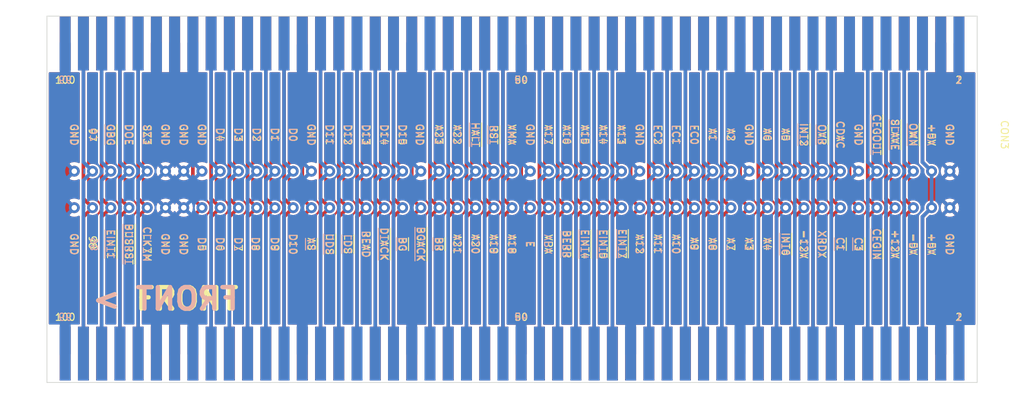
<source format=kicad_pcb>
(kicad_pcb (version 20211014) (generator pcbnew)
  (layers (0 "F.Cu" signal) (31 "B.Cu" signal) (34 "B.Paste" user) (35 "F.Paste" user) (36 "B.SilkS" user "B.Silkscreen") (37 "F.SilkS" user "F.Silkscreen") (38 "B.Mask" user) (39 "F.Mask" user) (44 "Edge.Cuts" user))
  (net 0 "")
  (net 1 "/GND")
  (net 2 "/+5")
  (net 3 "/~{OWN}")
  (net 4 "/-5")
  (net 5 "/~{SLAVE}")
  (net 6 "/+12")
  (net 7 "/~{CFGOUT}")
  (net 8 "/~{CFGIN}")
  (net 9 "/~{C3}")
  (net 10 "/CDAC")
  (net 11 "/~{C1}")
  (net 12 "/~{OVR}")
  (net 13 "/XRDY")
  (net 14 "/~{INT2}")
  (net 15 "/-12")
  (net 16 "/A5")
  (net 17 "/~{INT6}")
  (net 18 "/A6")
  (net 19 "/A4")
  (net 20 "/A3")
  (net 21 "/A2")
  (net 22 "/A7")
  (net 23 "/A1")
  (net 24 "/A8")
  (net 25 "/FC0")
  (net 26 "/A9")
  (net 27 "/FC1")
  (net 28 "/A10")
  (net 29 "/FC2")
  (net 30 "/A11")
  (net 31 "/A12")
  (net 32 "/A13")
  (net 33 "/~{EINT7}")
  (net 34 "/A14")
  (net 35 "/~{EINT5}")
  (net 36 "/A15")
  (net 37 "/~{EINT4}")
  (net 38 "/A16")
  (net 39 "/~{BEER}")
  (net 40 "/A17")
  (net 41 "/VPA")
  (net 42 "/E")
  (net 43 "/VMA")
  (net 44 "/A18")
  (net 45 "/~{RST}")
  (net 46 "/A19")
  (net 47 "/~{HALT}")
  (net 48 "/A20")
  (net 49 "/A22")
  (net 50 "/A21")
  (net 51 "/A23")
  (net 52 "/~{BR}")
  (net 53 "/~{BGACK}")
  (net 54 "/D15")
  (net 55 "/~{BG}")
  (net 56 "/D14")
  (net 57 "/~{DTACK}")
  (net 58 "/D13")
  (net 59 "/READ")
  (net 60 "/D12")
  (net 61 "/~{LDS}")
  (net 62 "/D11")
  (net 63 "/~{UDS}")
  (net 64 "/~{AS}")
  (net 65 "/D0")
  (net 66 "/D10")
  (net 67 "/D1")
  (net 68 "/D9")
  (net 69 "/D2")
  (net 70 "/D8")
  (net 71 "/D3")
  (net 72 "/D7")
  (net 73 "/D4")
  (net 74 "/D6")
  (net 75 "/D5")
  (net 76 "/SENSEZ3")
  (net 77 "/7MHZ")
  (net 78 "/D0E")
  (net 79 "/~{BUSRST}")
  (net 80 "/~{GBG}")
  (net 81 "/~{EINT1}")
  (net 82 "/~{FCS}")
  (net 83 "/~{DS1}")
  (footprint "Zorro:Zorro2-Connector-Edgemount" (layer "F.Cu") (at 123.7 75.22)
    (fp_text reference "CON2" hide)
    (fp_text value "Zorro2")
  )
  (footprint "Zorro:Zorro2-CardEdge" (layer "F.Cu") (at 123.700007 118.399992)
    (fp_text reference "CON1" hide)
    (fp_text value "Zorro2")
  )
  (footprint "Zorro:Zorro2-Connector" (layer "F.Cu") (at 239.27 95.54 -90)
    (fp_text reference "CON3")
    (fp_text value "Zorro2")
  )
  (gr_line (start 121.16 71.41) (end 121.16 122.42) (layer "Edge.Cuts") (width 0.1))
  (gr_line (start 250.7 122.42) (end 250.7 71.41) (layer "Edge.Cuts") (width 0.1))
  (gr_line (start 250.7 71.41) (end 121.16 71.41) (layer "Edge.Cuts") (width 0.1))
  (gr_line (start 121.16 122.42) (end 250.7 122.42) (layer "Edge.Cuts") (width 0.1))
  (gr_text "D4" (at 145.29 87.92 -270) (layer "B.SilkS") (effects (font (size 1 1)) (justify mirror)))
  (gr_text "D11" (at 160.53 87.92 -270) (layer "B.SilkS") (effects (font (size 1 1)) (justify mirror)))
  (gr_text "-5V" (at 241.81 103.16 -270) (layer "B.SilkS") (effects (font (size 1 1)) (justify mirror)))
  (gr_text "~{BERR}" (at 193.55 103.16 -270) (layer "B.SilkS") (effects (font (size 1 1)) (justify mirror)))
  (gr_text "~{RST}" (at 183.39 87.92 -270) (layer "B.SilkS") (effects (font (size 1 1)) (justify mirror)))
  (gr_text "GND" (at 203.71 87.92 -270) (layer "B.SilkS") (effects (font (size 1 1)) (justify mirror)))
  (gr_text "A11" (at 206.25 103.16 -270) (layer "B.SilkS") (effects (font (size 1 1)) (justify mirror)))
  (gr_text "~{CFGOUT}\n" (at 236.73 87.92 -270) (layer "B.SilkS") (effects (font (size 1 1)) (justify mirror)))
  (gr_text "~{EINT4}" (at 196.09 103.16 -270) (layer "B.SilkS") (effects (font (size 1 1)) (justify mirror)))
  (gr_text "~{GBG}" (at 130.05 87.92 -270) (layer "B.SilkS") (effects (font (size 1 1)) (justify mirror)))
  (gr_text "-12V" (at 226.57 103.16 -270) (layer "B.SilkS") (effects (font (size 1 1)) (justify mirror)))
  (gr_text "~{BUSRST}" (at 132.59 103.16 -270) (layer "B.SilkS") (effects (font (size 1 1)) (justify mirror)))
  (gr_text "D7" (at 147.83 103.16 -270) (layer "B.SilkS") (effects (font (size 1 1)) (justify mirror)))
  (gr_text "A7" (at 216.41 103.16 -270) (layer "B.SilkS") (effects (font (size 1 1)) (justify mirror)))
  (gr_text "VMA" (at 185.93 87.92 -270) (layer "B.SilkS") (effects (font (size 1 1)) (justify mirror)))
  (gr_text "D12" (at 163.07 87.92 -270) (layer "B.SilkS") (effects (font (size 1 1)) (justify mirror)))
  (gr_text "~{DTACK}" (at 168.15 103.16 -270) (layer "B.SilkS") (effects (font (size 1 1)) (justify mirror)))
  (gr_text "GND" (at 140.21 87.92 -270) (layer "B.SilkS") (effects (font (size 1 1)) (justify mirror)))
  (gr_text "A6" (at 221.49 87.92 -270) (layer "B.SilkS") (effects (font (size 1 1)) (justify mirror)))
  (gr_text "98\n" (at 127.764007 103.159992 -270) (layer "B.SilkS") (effects (font (size 1 1)) (justify mirror)))
  (gr_text "A22" (at 178.31 87.92 -270) (layer "B.SilkS") (effects (font (size 1 1)) (justify mirror)))
  (gr_text "GND" (at 142.75 87.92 -270) (layer "B.SilkS") (effects (font (size 1 1)) (justify mirror)))
  (gr_text "GND" (at 234.19 87.92 -270) (layer "B.SilkS") (effects (font (size 1 1)) (justify mirror)))
  (gr_text "A12" (at 203.71 103.16 -270) (layer "B.SilkS") (effects (font (size 1 1)) (justify mirror)))
  (gr_text "A4" (at 221.49 103.16 -270) (layer "B.SilkS") (effects (font (size 1 1)) (justify mirror)))
  (gr_text "GND" (at 218.95 87.92 -270) (layer "B.SilkS") (effects (font (size 1 1)) (justify mirror)))
  (gr_text "GND" (at 124.97 87.92 -270) (layer "B.SilkS") (effects (font (size 1 1)) (justify mirror)))
  (gr_text "~{BGACK}" (at 173.23 103.16 -270) (layer "B.SilkS") (effects (font (size 1 1)) (justify mirror)))
  (gr_text "A3" (at 218.95 103.16 -270) (layer "B.SilkS") (effects (font (size 1 1)) (justify mirror)))
  (gr_text "D13\n" (at 165.61 87.92 -270) (layer "B.SilkS") (effects (font (size 1 1)) (justify mirror)))
  (gr_text "GND" (at 246.89 103.16 -270) (layer "B.SilkS") (effects (font (size 1 1)) (justify mirror)))
  (gr_text "CLK7M" (at 135.13 103.16 -270) (layer "B.SilkS") (effects (font (size 1 1)) (justify mirror)))
  (gr_text "FC2" (at 206.25 87.92 -270) (layer "B.SilkS") (effects (font (size 1 1)) (justify mirror)))
  (gr_text "VPA" (at 191.01 103.16 -270) (layer "B.SilkS") (effects (font (size 1 1)) (justify mirror)))
  (gr_text "~{BG}" (at 170.69 103.16 -270) (layer "B.SilkS") (effects (font (size 1 1)) (justify mirror)))
  (gr_text "~{BR}" (at 175.77 103.16 -270) (layer "B.SilkS") (effects (font (size 1 1)) (justify mirror)))
  (gr_text "D8" (at 150.223471 103.132408 -270) (layer "B.SilkS") (effects (font (size 1 1)) (justify mirror)))
  (gr_text "~{SLAVE}" (at 239.27 87.92 -270) (layer "B.SilkS") (effects (font (size 1 1)) (justify mirror)))
  (gr_text "~{EINT7}" (at 201.299878 103.099192 -270) (layer "B.SilkS") (effects (font (size 1 1)) (justify mirror)))
  (gr_text "GND" (at 137.67 87.92 -270) (layer "B.SilkS") (effects (font (size 1 1)) (justify mirror)))
  (gr_text "A10\n" (at 208.79 103.16 -270) (layer "B.SilkS") (effects (font (size 1 1)) (justify mirror)))
  (gr_text "D15" (at 170.69 87.92 -270) (layer "B.SilkS") (effects (font (size 1 1)) (justify mirror)))
  (gr_text "~{CFGIN}" (at 236.73 103.16 -270) (layer "B.SilkS") (effects (font (size 1 1)) (justify mirror)))
  (gr_text "D3" (at 147.83 87.92 -270) (layer "B.SilkS") (effects (font (size 1 1)) (justify mirror)))
  (gr_text "GND" (at 188.47 87.92 -270) (layer "B.SilkS") (effects (font (size 1 1)) (justify mirror)))
  (gr_text "~{OVR}" (at 229.11 87.92 -270) (layer "B.SilkS") (effects (font (size 1 1)) (justify mirror)))
  (gr_text "A9" (at 211.319131 103.126419 -270) (layer "B.SilkS") (effects (font (size 1 1)) (justify mirror)))
  (gr_text "~{AS}\n" (at 157.99 103.16 -270) (layer "B.SilkS") (effects (font (size 1 1)) (justify mirror)))
  (gr_text "~{C3}" (at 234.19 103.16 -270) (layer "B.SilkS") (effects (font (size 1 1)) (justify mirror)))
  (gr_text "+5V" (at 244.35 87.92 -270) (layer "B.SilkS") (effects (font (size 1 1)) (justify mirror)))
  (gr_text "A15" (at 196.09 87.92 -270) (layer "B.SilkS") (effects (font (size 1 1)) (justify mirror)))
  (gr_text "A1" (at 213.87 87.92 -270) (layer "B.SilkS") (effects (font (size 1 1)) (justify mirror)))
  (gr_text "GND" (at 157.99 87.92 -270) (layer "B.SilkS") (effects (font (size 1 1)) (justify mirror)))
  (gr_text "~{EINT5}" (at 198.63 103.16 -270) (layer "B.SilkS") (effects (font (size 1 1)) (justify mirror)))
  (gr_text "~{EINT1}" (at 130.05 103.16 -270) (layer "B.SilkS") (effects (font (size 1 1)) (justify mirror)))
  (gr_text "~{HALT}" (at 180.85 87.92 -270) (layer "B.SilkS") (effects (font (size 1 1)) (justify mirror)))
  (gr_text "A13" (at 201.17 87.92 -270) (layer "B.SilkS") (effects (font (size 1 1)) (justify mirror)))
  (gr_text "A18" (at 185.93 103.16 -270) (layer "B.SilkS") (effects (font (size 1 1)) (justify mirror)))
  (gr_text "GND" (at 246.89 87.92 -270) (layer "B.SilkS") (effects (font (size 1 1)) (justify mirror)))
  (gr_text "FRONT >" (at 137.67 110.78) (layer "B.SilkS") (effects (font (size 3 3) (thickness 0.6)) (justify mirror)))
  (gr_text "97" (at 127.764007 87.919992 -270) (layer "B.SilkS") (effects (font (size 1 1)) (justify mirror)))
  (gr_text "A17" (at 191.01 87.92 -270) (layer "B.SilkS") (effects (font (size 1 1)) (justify mirror)))
  (gr_text "DOE" (at 132.59 87.92 -270) (layer "B.SilkS") (effects (font (size 1 1)) (justify mirror)))
  (gr_text "FC1" (at 208.79 87.92 -270) (layer "B.SilkS") (effects (font (size 1 1)) (justify mirror)))
  (gr_text "~{LDS}" (at 163.07 103.16 -270) (layer "B.SilkS") (effects (font (size 1 1)) (justify mirror)))
  (gr_text "A14" (at 198.63 87.92 -270) (layer "B.SilkS") (effects (font (size 1 1)) (justify mirror)))
  (gr_text "GND" (at 173.093504 87.912946 -270) (layer "B.SilkS") (effects (font (size 1 1)) (justify mirror)))
  (gr_text "A21" (at 178.31 103.16 -270) (layer "B.SilkS") (effects (font (size 1 1)) (justify mirror)))
  (gr_text "D14" (at 168.15 87.92 -270) (layer "B.SilkS") (effects (font (size 1 1)) (justify mirror)))
  (gr_text "D10" (at 155.45 103.16 -270) (layer "B.SilkS") (effects (font (size 1 1)) (justify mirror)))
  (gr_text "A16" (at 193.55 87.92 -270) (layer "B.SilkS") (effects (font (size 1 1)) (justify mirror)))
  (gr_text "+12V" (at 239.27 103.16 -270) (layer "B.SilkS") (effects (font (size 1 1)) (justify mirror)))
  (gr_text "~{UDS}" (at 160.53 103.16 -270) (layer "B.SilkS") (effects (font (size 1 1)) (justify mirror)))
  (gr_text "D5" (at 142.75 103.16 -270) (layer "B.SilkS") (effects (font (size 1 1)) (justify mirror)))
  (gr_text "A23" (at 175.77 87.92 -270) (layer "B.SilkS") (effects (font (size 1 1)) (justify mirror)))
  (gr_text "SZ3" (at 135.13 87.92 -270) (layer "B.SilkS") (effects (font (size 1 1)) (justify mirror)))
  (gr_text "+5V" (at 244.35 103.16 -270) (layer "B.SilkS") (effects (font (size 1 1)) (justify mirror)))
  (gr_text "GND" (at 140.21 103.16 -270) (layer "B.SilkS") (effects (font (size 1 1)) (justify mirror)))
  (gr_text "~{OWN}\n" (at 241.81 87.92 -270) (layer "B.SilkS") (effects (font (size 1 1)) (justify mirror)))
  (gr_text "A8" (at 213.87 103.16 -270) (layer "B.SilkS") (effects (font (size 1 1)) (justify mirror)))
  (gr_text "~{INT6}" (at 224.03 103.16 -270) (layer "B.SilkS") (effects (font (size 1 1)) (justify mirror)))
  (gr_text "D9" (at 152.91 103.16 -270) (layer "B.SilkS") (effects (font (size 1 1)) (justify mirror)))
  (gr_text "~{INT2}" (at 226.57 87.92 -270) (layer "B.SilkS") (effects (font (size 1 1)) (justify mirror)))
  (gr_text "D2" (at 150.37 87.92 -270) (layer "B.SilkS") (effects (font (size 1 1)) (justify mirror)))
  (gr_text "XRDY" (at 229.11 103.16 -270) (layer "B.SilkS") (effects (font (size 1 1)) (justify mirror)))
  (gr_text "A5\n" (at 224.03 87.92 -270) (layer "B.SilkS") (effects (font (size 1 1)) (justify mirror)))
  (gr_text "D0" (at 155.45 87.92 -270) (layer "B.SilkS") (effects (font (size 1 1)) (justify mirror)))
  (gr_text "READ" (at 165.61 103.16 -270) (layer "B.SilkS") (effects (font (size 1 1)) (justify mirror)))
  (gr_text "GND" (at 124.97 103.16 -270) (layer "B.SilkS") (effects (font (size 1 1)) (justify mirror)))
  (gr_text "D1" (at 152.91 87.92 -270) (layer "B.SilkS") (effects (font (size 1 1)) (justify mirror)))
  (gr_text "FC0" (at 211.33 87.92 -270) (layer "B.SilkS") (effects (font (size 1 1)) (justify mirror)))
  (gr_text "~{C1}" (at 231.65 103.16 -270) (layer "B.SilkS") (effects (font (size 1 1)) (justify mirror)))
  (gr_text "CDAC" (at 231.65 87.92 -270) (layer "B.SilkS") (effects (font (size 1 1)) (justify mirror)))
  (gr_text "GND" (at 137.67 103.16 -270) (layer "B.SilkS") (effects (font (size 1 1)) (justify mirror)))
  (gr_text "E" (at 188.47 103.16 -270) (layer "B.SilkS") (effects (font (size 1 1)) (justify mirror)))
  (gr_text "D6" (at 145.29 103.16 -270) (layer "B.SilkS") (effects (font (size 1 1)) (justify mirror)))
  (gr_text "A19" (at 183.39 103.16 -270) (layer "B.SilkS") (effects (font (size 1 1)) (justify mirror)))
  (gr_text "A20" (at 180.85 103.16 -270) (layer "B.SilkS") (effects (font (size 1 1)) (justify mirror)))
  (gr_text "A2" (at 216.41 87.92 -270) (layer "B.SilkS") (effects (font (size 1 1)) (justify mirror)))
  (gr_text "A9" (at 211.319131 103.126419 270) (layer "F.SilkS") (effects (font (size 1 1))))
  (gr_text "FC0" (at 211.33 87.92 270) (layer "F.SilkS") (effects (font (size 1 1))))
  (gr_text "~{BERR}" (at 193.55 103.16 270) (layer "F.SilkS") (effects (font (size 1 1))))
  (gr_text "D5" (at 142.75 103.16 270) (layer "F.SilkS") (effects (font (size 1 1))))
  (gr_text "D1" (at 152.91 87.92 270) (layer "F.SilkS") (effects (font (size 1 1))))
  (gr_text "A4" (at 221.49 103.16 270) (layer "F.SilkS") (effects (font (size 1 1))))
  (gr_text "~{EINT4}" (at 196.09 103.16 270) (layer "F.SilkS") (effects (font (size 1 1))))
  (gr_text "FC1" (at 208.79 87.92 270) (layer "F.SilkS") (effects (font (size 1 1))))
  (gr_text "D4" (at 145.29 87.92 270) (layer "F.SilkS") (effects (font (size 1 1))))
  (gr_text "A12" (at 203.71 103.16 270) (layer "F.SilkS") (effects (font (size 1 1))))
  (gr_text "~{C3}" (at 234.19 103.16 270) (layer "F.SilkS") (effects (font (size 1 1))))
  (gr_text "D3" (at 147.83 87.92 270) (layer "F.SilkS") (effects (font (size 1 1))))
  (gr_text "VPA" (at 191.01 103.16 270) (layer "F.SilkS") (effects (font (size 1 1))))
  (gr_text "~{CFGIN}" (at 236.73 103.16 270) (layer "F.SilkS") (effects (font (size 1 1))))
  (gr_text "~{EINT1}" (at 130.05 103.16 270) (layer "F.SilkS") (effects (font (size 1 1))))
  (gr_text "GND" (at 203.71 87.92 270) (layer "F.SilkS") (effects (font (size 1 1))))
  (gr_text "A21" (at 178.31 103.16 270) (layer "F.SilkS") (effects (font (size 1 1))))
  (gr_text "GND" (at 142.75 87.92 270) (layer "F.SilkS") (effects (font (size 1 1))))
  (gr_text "~{LDS}" (at 163.07 103.16 270) (layer "F.SilkS") (effects (font (size 1 1))))
  (gr_text "VMA" (at 185.93 87.92 270) (layer "F.SilkS") (effects (font (size 1 1))))
  (gr_text "A11" (at 206.25 103.16 270) (layer "F.SilkS") (effects (font (size 1 1))))
  (gr_text "~{BUSRST}" (at 132.59 103.16 270) (layer "F.SilkS") (effects (font (size 1 1))))
  (gr_text "A15" (at 196.09 87.92 270) (layer "F.SilkS") (effects (font (size 1 1))))
  (gr_text "~{INT6}" (at 224.03 103.16 270) (layer "F.SilkS") (effects (font (size 1 1))))
  (gr_text "D7" (at 147.83 103.16 270) (layer "F.SilkS") (effects (font (size 1 1))))
  (gr_text "~{HALT}" (at 180.85 87.92 270) (layer "F.SilkS") (effects (font (size 1 1))))
  (gr_text "GND" (at 234.19 87.92 270) (layer "F.SilkS") (effects (font (size 1 1))))
  (gr_text "D13\n" (at 165.61 87.92 270) (layer "F.SilkS") (effects (font (size 1 1))))
  (gr_text "A17" (at 191.01 87.92 270) (layer "F.SilkS") (effects (font (size 1 1))))
  (gr_text "A10\n" (at 208.79 103.16 270) (layer "F.SilkS") (effects (font (size 1 1))))
  (gr_text "D0" (at 155.45 87.92 270) (layer "F.SilkS") (effects (font (size 1 1))))
  (gr_text "A16" (at 193.55 87.92 270) (layer "F.SilkS") (effects (font (size 1 1))))
  (gr_text "A14" (at 198.63 87.92 270) (layer "F.SilkS") (effects (font (size 1 1))))
  (gr_text "< FRONT" (at 137.67 110.78) (layer "F.SilkS") (effects (font (size 3 3) (thickness 0.6))))
  (gr_text "A3" (at 218.95 103.16 270) (layer "F.SilkS") (effects (font (size 1 1))))
  (gr_text "D6" (at 145.29 103.16 270) (layer "F.SilkS") (effects (font (size 1 1))))
  (gr_text "A2" (at 216.41 87.92 270) (layer "F.SilkS") (effects (font (size 1 1))))
  (gr_text "97" (at 127.510007 87.919992 270) (layer "F.SilkS") (effects (font (size 1 1))))
  (gr_text "~{C1}" (at 231.65 103.16 270) (layer "F.SilkS") (effects (font (size 1 1))))
  (gr_text "A5\n" (at 224.03 87.92 270) (layer "F.SilkS") (effects (font (size 1 1))))
  (gr_text "~{EINT5}" (at 198.63 103.16 270) (layer "F.SilkS") (effects (font (size 1 1))))
  (gr_text "+5V" (at 244.35 103.16 270) (layer "F.SilkS") (effects (font (size 1 1))))
  (gr_text "GND" (at 140.21 103.16 270) (layer "F.SilkS") (effects (font (size 1 1))))
  (gr_text "GND" (at 137.67 87.92 270) (layer "F.SilkS") (effects (font (size 1 1))))
  (gr_text "A19" (at 183.39 103.16 270) (layer "F.SilkS") (effects (font (size 1 1))))
  (gr_text "READ" (at 165.61 103.16 270) (layer "F.SilkS") (effects (font (size 1 1))))
  (gr_text "GND" (at 188.47 87.92 270) (layer "F.SilkS") (effects (font (size 1 1))))
  (gr_text "A22" (at 178.31 87.92 270) (layer "F.SilkS") (effects (font (size 1 1))))
  (gr_text "~{BR}" (at 175.77 103.16 270) (layer "F.SilkS") (effects (font (size 1 1))))
  (gr_text "GND" (at 246.89 103.16 270) (layer "F.SilkS") (effects (font (size 1 1))))
  (gr_text "D9" (at 152.91 103.16 270) (layer "F.SilkS") (effects (font (size 1 1))))
  (gr_text "~{SLAVE}" (at 239.27 87.92 270) (layer "F.SilkS") (effects (font (size 1 1))))
  (gr_text "~{UDS}" (at 160.53 103.16 270) (layer "F.SilkS") (effects (font (size 1 1))))
  (gr_text "GND" (at 218.95 87.92 270) (layer "F.SilkS") (effects (font (size 1 1))))
  (gr_text "+5V" (at 244.35 87.92 270) (layer "F.SilkS") (effects (font (size 1 1))))
  (gr_text "98\n" (at 127.510007 102.905992 270) (layer "F.SilkS") (effects (font (size 1 1))))
  (gr_text "A1" (at 213.87 87.92 270) (layer "F.SilkS") (effects (font (size 1 1))))
  (gr_text "~{GBG}" (at 130.05 87.92 270) (layer "F.SilkS") (effects (font (size 1 1))))
  (gr_text "A6" (at 221.49 87.92 270) (layer "F.SilkS") (effects (font (size 1 1))))
  (gr_text "~{BGACK}" (at 173.23 103.16 270) (layer "F.SilkS") (effects (font (size 1 1))))
  (gr_text "A13" (at 201.17 87.92 270) (layer "F.SilkS") (effects (font (size 1 1))))
  (gr_text "A8" (at 213.87 103.16 270) (layer "F.SilkS") (effects (font (size 1 1))))
  (gr_text "~{EINT7}" (at 201.299878 103.099192 270) (layer "F.SilkS") (effects (font (size 1 1))))
  (gr_text "CLK7M" (at 135.13 103.16 270) (layer "F.SilkS") (effects (font (size 1 1))))
  (gr_text "D14" (at 168.15 87.92 270) (layer "F.SilkS") (effects (font (size 1 1))))
  (gr_text "D10" (at 155.45 103.16 270) (layer "F.SilkS") (effects (font (size 1 1))))
  (gr_text "-5V" (at 241.81 103.16 270) (layer "F.SilkS") (effects (font (size 1 1))))
  (gr_text "~{OWN}\n" (at 241.81 87.92 270) (layer "F.SilkS") (effects (font (size 1 1))))
  (gr_text "GND" (at 173.093504 87.912946 270) (layer "F.SilkS") (effects (font (size 1 1))))
  (gr_text "XRDY" (at 229.11 103.16 270) (layer "F.SilkS") (effects (font (size 1 1))))
  (gr_text "D8" (at 150.223471 103.132408 270) (layer "F.SilkS") (effects (font (size 1 1))))
  (gr_text "CDAC" (at 231.65 87.92 270) (layer "F.SilkS") (effects (font (size 1 1))))
  (gr_text "A20" (at 180.85 103.16 270) (layer "F.SilkS") (effects (font (size 1 1))))
  (gr_text "~{AS}\n" (at 157.99 103.16 270) (layer "F.SilkS") (effects (font (size 1 1))))
  (gr_text "GND" (at 140.21 87.92 270) (layer "F.SilkS") (effects (font (size 1 1))))
  (gr_text "E" (at 188.47 103.16 270) (layer "F.SilkS") (effects (font (size 1 1))))
  (gr_text "GND" (at 137.67 103.16 270) (layer "F.SilkS") (effects (font (size 1 1))))
  (gr_text "A7" (at 216.41 103.16 270) (layer "F.SilkS") (effects (font (size 1 1))))
  (gr_text "~{BG}" (at 170.69 103.16 270) (layer "F.SilkS") (effects (font (size 1 1))))
  (gr_text "FC2" (at 206.25 87.92 270) (layer "F.SilkS") (effects (font (size 1 1))))
  (gr_text "D15" (at 170.69 87.92 270) (layer "F.SilkS") (effects (font (size 1 1))))
  (gr_text "DOE" (at 132.59 87.92 270) (layer "F.SilkS") (effects (font (size 1 1))))
  (gr_text "-12V" (at 226.57 103.16 270) (layer "F.SilkS") (effects (font (size 1 1))))
  (gr_text "GND" (at 246.89 87.92 270) (layer "F.SilkS") (effects (font (size 1 1))))
  (gr_text "~{INT2}" (at 226.57 87.92 270) (layer "F.SilkS") (effects (font (size 1 1))))
  (gr_text "~{RST}" (at 183.39 87.92 270) (layer "F.SilkS") (effects (font (size 1 1))))
  (gr_text "D12" (at 163.07 87.92 270) (layer "F.SilkS") (effects (font (size 1 1))))
  (gr_text "~{DTACK}" (at 168.15 103.16 270) (layer "F.SilkS") (effects (font (size 1 1))))
  (gr_text "GND" (at 124.97 87.92 270) (layer "F.SilkS") (effects (font (size 1 1))))
  (gr_text "A23" (at 175.77 87.92 270) (layer "F.SilkS") (effects (font (size 1 1))))
  (gr_text "SZ3" (at 135.13 87.92 270) (layer "F.SilkS") (effects (font (size 1 1))))
  (gr_text "GND" (at 157.99 87.92 270) (layer "F.SilkS") (effects (font (size 1 1))))
  (gr_text "~{OVR}" (at 229.11 87.92 270) (layer "F.SilkS") (effects (font (size 1 1))))
  (gr_text "GND" (at 124.97 103.16 270) (layer "F.SilkS") (effects (font (size 1 1))))
  (gr_text "D2" (at 150.37 87.92 270) (layer "F.SilkS") (effects (font (size 1 1))))
  (gr_text "A18" (at 185.93 103.16 270) (layer "F.SilkS") (effects (font (size 1 1))))
  (gr_text "+12V" (at 239.27 103.16 270) (layer "F.SilkS") (effects (font (size 1 1))))
  (gr_text "D11" (at 160.53 87.92 270) (layer "F.SilkS") (effects (font (size 1 1))))
  (gr_text "~{CFGOUT}\n" (at 236.73 87.92 270) (layer "F.SilkS") (effects (font (size 1 1))))
  (segment (start 123.700007 75.219992) (end 123.700007 118.399992) (width 1.27) (layer "F.Cu") (net 1))
  (segment (start 248.16 112.47) (end 248.16 118.4) (width 1.524) (layer "F.Cu") (net 1))
  (segment (start 245.62 112.5) (end 245.65 112.47) (width 1.524) (layer "F.Cu") (net 1))
  (segment (start 138.94 111.76) (end 138.94 118.4) (width 1.524) (layer "F.Cu") (net 1))
  (segment (start 245.62 82.19) (end 245.65 82.22) (width 1.524) (layer "F.Cu") (net 1))
  (segment (start 245.65 82.22) (end 248.15 82.22) (width 1.524) (layer "F.Cu") (net 1))
  (segment (start 136.4 118.4) (end 136.4 111.72) (width 1.524) (layer "F.Cu") (net 1))
  (segment (start 245.62 75.22) (end 245.62 82.19) (width 1.524) (layer "F.Cu") (net 1))
  (segment (start 136.400007 75.219992) (end 136.400007 81.220005) (width 1.524) (layer "F.Cu") (net 1))
  (segment (start 138.9 111.72) (end 138.94 111.76) (width 1.524) (layer "F.Cu") (net 1))
  (segment (start 245.62 118.4) (end 245.62 112.5) (width 1.524) (layer "F.Cu") (net 1))
  (segment (start 248.16 82.21) (end 248.16 75.22) (width 1.524) (layer "F.Cu") (net 1))
  (segment (start 248.15 82.22) (end 248.16 82.21) (width 1.524) (layer "F.Cu") (net 1))
  (segment (start 136.4 111.72) (end 138.9 111.72) (width 1.524) (layer "F.Cu") (net 1))
  (segment (start 138.940007 75.219992) (end 138.940007 81.22) (width 1.524) (layer "F.Cu") (net 1))
  (segment (start 245.65 112.47) (end 248.16 112.47) (width 1.524) (layer "F.Cu") (net 1))
  (segment (start 217.68 113.5) (end 217.65 113.47) (width 1.524) (layer "B.Cu") (net 1))
  (segment (start 217.65 113.72) (end 217.68 113.75) (width 1.524) (layer "B.Cu") (net 1))
  (segment (start 248.16 112.73) (end 248.16 118.4) (width 1.524) (layer "B.Cu") (net 1))
  (segment (start 123.7 112.02) (end 123.65 111.97) (width 1.524) (layer "B.Cu") (net 1))
  (segment (start 245.62 112.75) (end 245.65 112.72) (width 1.524) (layer "B.Cu") (net 1))
  (segment (start 232.92 74.966) (end 232.92 81.57) (width 1.524) (layer "B.Cu") (net 1))
  (segment (start 245.62 75.22) (end 245.62 82.19) (width 1.524) (layer "B.Cu") (net 1))
  (segment (start 171.96 75.22) (end 171.96 81.824) (width 1.524) (layer "B.Cu") (net 1))
  (segment (start 245.65 112.72) (end 248.15 112.72) (width 1.524) (layer "B.Cu") (net 1))
  (segment (start 171.96 113.28) (end 171.9 113.22) (width 1.524) (layer "B.Cu") (net 1))
  (segment (start 202.44 113.26) (end 202.4 113.22) (width 1.524) (layer "B.Cu") (net 1))
  (segment (start 245.62 118.4) (end 245.62 112.75) (width 1.524) (layer "B.Cu") (net 1))
  (segment (start 245.65 82.22) (end 248.15 82.22) (width 1.524) (layer "B.Cu") (net 1))
  (segment (start 245.62 82.19) (end 245.65 82.22) (width 1.524) (layer "B.Cu") (net 1))
  (segment (start 123.700007 75.219992) (end 123.700007 81.823992) (width 1.524) (layer "B.Cu") (net 1))
  (segment (start 171.96 118.4) (end 171.96 113.28) (width 1.524) (layer "B.Cu") (net 1))
  (segment (start 232.92 118.4) (end 232.92 113.49) (width 1.524) (layer "B.Cu") (net 1))
  (segment (start 217.68 75.22) (end 217.68 81.824) (width 1.524) (layer "B.Cu") (net 1))
  (segment (start 123.7 118.4) (end 123.7 112.02) (width 1.524) (layer "B.Cu") (net 1))
  (segment (start 248.15 112.72) (end 248.16 112.73) (width 1.524) (layer "B.Cu") (net 1))
  (segment (start 217.68 118.4) (end 217.68 113.5) (width 1.524) (layer "B.Cu") (net 1))
  (segment (start 141.48 75.22) (end 141.48 81.824) (width 1.524) (layer "B.Cu") (net 1))
  (segment (start 248.16 82.21) (end 248.16 75.22) (width 1.524) (layer "B.Cu") (net 1))
  (segment (start 202.44 75.22) (end 202.44 81.824) (width 1.524) (layer "B.Cu") (net 1))
  (segment (start 248.15 82.22) (end 248.16 82.21) (width 1.524) (layer "B.Cu") (net 1))
  (segment (start 156.72 118.4) (end 156.72 112.79) (width 1.524) (layer "B.Cu") (net 1))
  (segment (start 156.72 112.79) (end 156.65 112.72) (width 1.524) (layer "B.Cu") (net 1))
  (segment (start 141.48 118.4) (end 141.48 111.89) (width 1.524) (layer "B.Cu") (net 1))
  (segment (start 232.92 113.49) (end 232.9 113.47) (width 1.524) (layer "B.Cu") (net 1))
  (segment (start 156.72 75.474) (end 156.72 82.078) (width 1.524) (layer "B.Cu") (net 1))
  (segment (start 141.48 111.89) (end 141.65 111.72) (width 1.524) (layer "B.Cu") (net 1))
  (segment (start 217.65 113.47) (end 217.65 113.72) (width 1.524) (layer "B.Cu") (net 1))
  (segment (start 136.4 111.72) (end 136.4 118.4) (width 1.524) (layer "B.Cu") (net 1))
  (segment (start 202.44 118.4) (end 202.44 113.26) (width 1.524) (layer "B.Cu") (net 1))
  (segment (start 141.65 111.72) (end 136.4 111.72) (width 1.524) (layer "B.Cu") (net 1))
  (segment (start 138.94 75.22) (end 138.94 81.824) (width 1.524) (layer "B.Cu") (net 1))
  (segment (start 136.4 75.22) (end 136.4 81.824) (width 1.524) (layer "B.Cu") (net 1))
  (segment (start 138.94 118.4) (end 138.94 111.76) (width 1.524) (layer "B.Cu") (net 1))
  (segment (start 187.2 112.92) (end 187.4 112.72) (width 1.524) (layer "B.Cu") (net 1))
  (segment (start 187.2 118.4) (end 187.2 112.92) (width 1.524) (layer "B.Cu") (net 1))
  (segment (start 138.94 111.76) (end 138.9 111.72) (width 1.524) (layer "B.Cu") (net 1))
  (segment (start 187.2 75.474) (end 187.2 82.078) (width 1.524) (layer "B.Cu") (net 1))
  (segment (start 243.08 75.22) (end 243.08 91.73) (width 0.508) (layer "F.Cu") (net 2))
  (segment (start 243.08 99.35) (end 243.08 118.4) (width 0.508) (layer "F.Cu") (net 2))
  (segment (start 244.35 98.08) (end 243.08 99.35) (width 0.508) (layer "F.Cu") (net 2))
  (segment (start 243.08 91.73) (end 244.35 93) (width 0.508) (layer "F.Cu") (net 2))
  (segment (start 243.08 91.73) (end 243.08 75.22) (width 0.508) (layer "B.Cu") (net 2))
  (segment (start 244.35 93) (end 243.08 91.73) (width 0.508) (layer "B.Cu") (net 2))
  (segment (start 243.08 118.4) (end 243.08 99.35) (width 0.508) (layer "B.Cu") (net 2))
  (segment (start 243.08 99.35) (end 244.35 98.08) (width 0.508) (layer "B.Cu") (net 2))
  (segment (start 244.35 98.08) (end 244.35 93) (width 0.508) (layer "B.Cu") (net 2))
  (segment (start 240.54 94.27) (end 240.54 118.4) (width 0.508) (layer "B.Cu") (net 3))
  (segment (start 241.81 93) (end 240.54 91.73) (width 0.508) (layer "B.Cu") (net 3))
  (segment (start 240.54 91.73) (end 240.54 75.22) (width 0.508) (layer "B.Cu") (net 3))
  (segment (start 241.81 93) (end 240.54 94.27) (width 0.508) (layer "B.Cu") (net 3))
  (segment (start 241.81 98.08) (end 240.54 96.81) (width 0.508) (layer "F.Cu") (net 4))
  (segment (start 240.54 118.4) (end 240.54 99.35) (width 0.508) (layer "F.Cu") (net 4))
  (segment (start 240.54 99.35) (end 241.81 98.08) (width 0.508) (layer "F.Cu") (net 4))
  (segment (start 240.54 96.81) (end 240.54 75.22) (width 0.508) (layer "F.Cu") (net 4))
  (segment (start 238 118.4) (end 238 94.27) (width 0.508) (layer "B.Cu") (net 5))
  (segment (start 238 91.73) (end 238 75.22) (width 0.508) (layer "B.Cu") (net 5))
  (segment (start 239.27 93) (end 238 91.73) (width 0.508) (layer "B.Cu") (net 5))
  (segment (start 238 94.27) (end 239.27 93) (width 0.508) (layer "B.Cu") (net 5))
  (segment (start 238 99.35) (end 238 118.4) (width 0.508) (layer "F.Cu") (net 6))
  (segment (start 238 96.81) (end 239.27 98.08) (width 0.508) (layer "F.Cu") (net 6))
  (segment (start 239.27 98.08) (end 238 99.35) (width 0.508) (layer "F.Cu") (net 6))
  (segment (start 238 75.22) (end 238 96.81) (width 0.508) (layer "F.Cu") (net 6))
  (segment (start 235.46 75.22) (end 235.46 91.73) (width 0.508) (layer "B.Cu") (net 7))
  (segment (start 235.46 94.27) (end 235.46 118.4) (width 0.508) (layer "B.Cu") (net 7))
  (segment (start 235.46 91.73) (end 236.73 93) (width 0.508) (layer "B.Cu") (net 7))
  (segment (start 236.73 93) (end 235.46 94.27) (width 0.508) (layer "B.Cu") (net 7))
  (segment (start 235.46 96.81) (end 235.46 75.22) (width 0.508) (layer "F.Cu") (net 8))
  (segment (start 235.46 99.35) (end 236.73 98.08) (width 0.508) (layer "F.Cu") (net 8))
  (segment (start 236.73 98.08) (end 235.46 96.81) (width 0.508) (layer "F.Cu") (net 8))
  (segment (start 235.46 118.4) (end 235.46 99.35) (width 0.508) (layer "F.Cu") (net 8))
  (segment (start 232.92 75.22) (end 232.92 96.81) (width 0.508) (layer "F.Cu") (net 9))
  (segment (start 234.19 98.08) (end 232.92 99.35) (width 0.508) (layer "F.Cu") (net 9))
  (segment (start 232.92 96.81) (end 234.19 98.08) (width 0.508) (layer "F.Cu") (net 9))
  (segment (start 232.92 99.35) (end 232.92 118.4) (width 0.508) (layer "F.Cu") (net 9))
  (segment (start 230.38 118.4) (end 230.38 94.27) (width 0.508) (layer "B.Cu") (net 10))
  (segment (start 230.38 94.27) (end 231.65 93) (width 0.508) (layer "B.Cu") (net 10))
  (segment (start 231.65 93) (end 230.38 91.73) (width 0.508) (layer "B.Cu") (net 10))
  (segment (start 230.38 91.73) (end 230.38 75.22) (width 0.508) (layer "B.Cu") (net 10))
  (segment (start 231.65 98.08) (end 230.38 96.81) (width 0.508) (layer "F.Cu") (net 11))
  (segment (start 230.38 99.35) (end 231.65 98.08) (width 0.508) (layer "F.Cu") (net 11))
  (segment (start 230.38 118.4) (end 230.38 99.35) (width 0.508) (layer "F.Cu") (net 11))
  (segment (start 230.38 96.81) (end 230.38 75.22) (width 0.508) (layer "F.Cu") (net 11))
  (segment (start 227.84 94.27) (end 227.84 118.4) (width 0.508) (layer "B.Cu") (net 12))
  (segment (start 229.11 93) (end 227.84 94.27) (width 0.508) (layer "B.Cu") (net 12))
  (segment (start 227.84 75.22) (end 227.84 91.73) (width 0.508) (layer "B.Cu") (net 12))
  (segment (start 227.84 91.73) (end 229.11 93) (width 0.508) (layer "B.Cu") (net 12))
  (segment (start 227.84 99.35) (end 227.84 118.4) (width 0.508) (layer "F.Cu") (net 13))
  (segment (start 227.84 75.22) (end 227.84 96.81) (width 0.508) (layer "F.Cu") (net 13))
  (segment (start 229.11 98.08) (end 227.84 99.35) (width 0.508) (layer "F.Cu") (net 13))
  (segment (start 227.84 96.81) (end 229.11 98.08) (width 0.508) (layer "F.Cu") (net 13))
  (segment (start 226.57 93) (end 225.3 91.73) (width 0.508) (layer "B.Cu") (net 14))
  (segment (start 225.3 94.27) (end 226.57 93) (width 0.508) (layer "B.Cu") (net 14))
  (segment (start 225.3 91.73) (end 225.3 75.22) (width 0.508) (layer "B.Cu") (net 14))
  (segment (start 225.3 118.4) (end 225.3 94.27) (width 0.508) (layer "B.Cu") (net 14))
  (segment (start 225.3 99.35) (end 226.57 98.08) (width 0.508) (layer "F.Cu") (net 15))
  (segment (start 226.57 98.08) (end 225.3 96.81) (width 0.508) (layer "F.Cu") (net 15))
  (segment (start 225.3 96.81) (end 225.3 75.22) (width 0.508) (layer "F.Cu") (net 15))
  (segment (start 225.3 118.4) (end 225.3 99.35) (width 0.508) (layer "F.Cu") (net 15))
  (segment (start 224.03 93) (end 222.76 94.27) (width 0.508) (layer "B.Cu") (net 16))
  (segment (start 222.76 91.73) (end 224.03 93) (width 0.508) (layer "B.Cu") (net 16))
  (segment (start 222.76 94.27) (end 222.76 118.4) (width 0.508) (layer "B.Cu") (net 16))
  (segment (start 222.76 75.22) (end 222.76 91.73) (width 0.508) (layer "B.Cu") (net 16))
  (segment (start 222.76 75.22) (end 222.76 96.81) (width 0.508) (layer "F.Cu") (net 17))
  (segment (start 222.76 96.81) (end 224.03 98.08) (width 0.508) (layer "F.Cu") (net 17))
  (segment (start 224.03 98.08) (end 222.76 99.35) (width 0.508) (layer "F.Cu") (net 17))
  (segment (start 222.76 99.35) (end 222.76 118.4) (width 0.508) (layer "F.Cu") (net 17))
  (segment (start 220.22 91.73) (end 221.49 93) (width 0.508) (layer "B.Cu") (net 18))
  (segment (start 220.22 118.4) (end 220.22 94.27) (width 0.508) (layer "B.Cu") (net 18))
  (segment (start 220.22 75.22) (end 220.22 91.73) (width 0.508) (layer "B.Cu") (net 18))
  (segment (start 220.22 94.27) (end 221.49 93) (width 0.508) (layer "B.Cu") (net 18))
  (segment (start 220.22 96.81) (end 220.22 75.22) (width 0.508) (layer "F.Cu") (net 19))
  (segment (start 220.22 99.35) (end 220.22 118.4) (width 0.508) (layer "F.Cu") (net 19))
  (segment (start 221.49 98.08) (end 220.22 96.81) (width 0.508) (layer "F.Cu") (net 19))
  (segment (start 221.49 98.08) (end 220.22 99.35) (width 0.508) (layer "F.Cu") (net 19))
  (segment (start 217.68 75.22) (end 217.68 96.81) (width 0.508) (layer "F.Cu") (net 20))
  (segment (start 217.68 96.81) (end 218.95 98.08) (width 0.508) (layer "F.Cu") (net 20))
  (segment (start 218.95 98.08) (end 217.68 99.35) (width 0.508) (layer "F.Cu") (net 20))
  (segment (start 217.68 99.35) (end 217.68 118.4) (width 0.508) (layer "F.Cu") (net 20))
  (segment (start 216.41 93) (end 215.14 94.27) (width 0.508) (layer "B.Cu") (net 21))
  (segment (start 215.14 91.73) (end 216.41 93) (width 0.508) (layer "B.Cu") (net 21))
  (segment (start 215.14 75.22) (end 215.14 91.73) (width 0.508) (layer "B.Cu") (net 21))
  (segment (start 215.14 118.4) (end 215.14 94.27) (width 0.508) (layer "B.Cu") (net 21))
  (segment (start 215.14 99.35) (end 216.41 98.08) (width 0.508) (layer "F.Cu") (net 22))
  (segment (start 215.14 118.4) (end 215.14 99.35) (width 0.508) (layer "F.Cu") (net 22))
  (segment (start 215.14 96.81) (end 215.14 75.22) (width 0.508) (layer "F.Cu") (net 22))
  (segment (start 216.41 98.08) (end 215.14 96.81) (width 0.508) (layer "F.Cu") (net 22))
  (segment (start 212.6 118.4) (end 212.6 94.27) (width 0.508) (layer "B.Cu") (net 23))
  (segment (start 212.6 91.73) (end 212.6 75.22) (width 0.508) (layer "B.Cu") (net 23))
  (segment (start 212.6 94.27) (end 213.87 93) (width 0.508) (layer "B.Cu") (net 23))
  (segment (start 213.87 93) (end 212.6 91.73) (width 0.508) (layer "B.Cu") (net 23))
  (segment (start 212.6 96.81) (end 213.87 98.08) (width 0.508) (layer "F.Cu") (net 24))
  (segment (start 212.6 75.22) (end 212.6 96.81) (width 0.508) (layer "F.Cu") (net 24))
  (segment (start 213.87 98.08) (end 212.6 99.35) (width 0.508) (layer "F.Cu") (net 24))
  (segment (start 212.6 99.35) (end 212.6 118.4) (width 0.508) (layer "F.Cu") (net 24))
  (segment (start 210.06 91.73) (end 211.33 93) (width 0.508) (layer "B.Cu") (net 25))
  (segment (start 210.06 75.22) (end 210.06 91.73) (width 0.508) (layer "B.Cu") (net 25))
  (segment (start 210.06 94.27) (end 210.06 118.4) (width 0.508) (layer "B.Cu") (net 25))
  (segment (start 211.33 93) (end 210.06 94.27) (width 0.508) (layer "B.Cu") (net 25))
  (segment (start 210.06 99.35) (end 211.33 98.08) (width 0.508) (layer "F.Cu") (net 26))
  (segment (start 211.33 98.08) (end 210.06 96.81) (width 0.508) (layer "F.Cu") (net 26))
  (segment (start 210.06 96.81) (end 210.06 75.22) (width 0.508) (layer "F.Cu") (net 26))
  (segment (start 210.06 118.4) (end 210.06 99.35) (width 0.508) (layer "F.Cu") (net 26))
  (segment (start 207.52 94.27) (end 208.79 93) (width 0.508) (layer "B.Cu") (net 27))
  (segment (start 208.79 93) (end 207.52 91.73) (width 0.508) (layer "B.Cu") (net 27))
  (segment (start 207.52 118.4) (end 207.52 94.27) (width 0.508) (layer "B.Cu") (net 27))
  (segment (start 207.52 91.73) (end 207.52 75.22) (width 0.508) (layer "B.Cu") (net 27))
  (segment (start 207.52 99.35) (end 207.52 118.4) (width 0.508) (layer "F.Cu") (net 28))
  (segment (start 207.52 96.81) (end 208.79 98.08) (width 0.508) (layer "F.Cu") (net 28))
  (segment (start 208.79 98.08) (end 207.52 99.35) (width 0.508) (layer "F.Cu") (net 28))
  (segment (start 207.52 75.22) (end 207.52 96.81) (width 0.508) (layer "F.Cu") (net 28))
  (segment (start 206.25 93) (end 204.98 94.27) (width 0.508) (layer "B.Cu") (net 29))
  (segment (start 204.98 91.73) (end 206.25 93) (width 0.508) (layer "B.Cu") (net 29))
  (segment (start 204.98 75.22) (end 204.98 91.73) (width 0.508) (layer "B.Cu") (net 29))
  (segment (start 204.98 94.27) (end 204.98 118.4) (width 0.508) (layer "B.Cu") (net 29))
  (segment (start 204.98 96.81) (end 204.98 75.22) (width 0.508) (layer "F.Cu") (net 30))
  (segment (start 206.25 98.08) (end 204.98 96.81) (width 0.508) (layer "F.Cu") (net 30))
  (segment (start 204.98 118.4) (end 204.98 99.35) (width 0.508) (layer "F.Cu") (net 30))
  (segment (start 204.98 99.35) (end 206.25 98.08) (width 0.508) (layer "F.Cu") (net 30))
  (segment (start 202.44 96.81) (end 203.71 98.08) (width 0.508) (layer "F.Cu") (net 31))
  (segment (start 202.44 99.35) (end 202.44 118.4) (width 0.508) (layer "F.Cu") (net 31))
  (segment (start 203.71 98.08) (end 202.44 99.35) (width 0.508) (layer "F.Cu") (net 31))
  (segment (start 202.44 75.22) (end 202.44 96.81) (width 0.508) (layer "F.Cu") (net 31))
  (segment (start 201.17 93) (end 199.9 91.73) (width 0.508) (layer "B.Cu") (net 32))
  (segment (start 199.9 94.27) (end 201.17 93) (width 0.508) (layer "B.Cu") (net 32))
  (segment (start 199.9 118.4) (end 199.9 94.27) (width 0.508) (layer "B.Cu") (net 32))
  (segment (start 199.9 91.73) (end 199.9 75.22) (width 0.508) (layer "B.Cu") (net 32))
  (segment (start 199.9 99.35) (end 201.17 98.08) (width 0.508) (layer "F.Cu") (net 33))
  (segment (start 199.9 118.4) (end 199.9 99.35) (width 0.508) (layer "F.Cu") (net 33))
  (segment (start 201.17 98.08) (end 199.9 96.81) (width 0.508) (layer "F.Cu") (net 33))
  (segment (start 199.9 96.81) (end 199.9 75.22) (width 0.508) (layer "F.Cu") (net 33))
  (segment (start 197.36 75.22) (end 197.36 91.73) (width 0.508) (layer "B.Cu") (net 34))
  (segment (start 197.36 94.27) (end 197.36 118.4) (width 0.508) (layer "B.Cu") (net 34))
  (segment (start 198.63 93) (end 197.36 94.27) (width 0.508) (layer "B.Cu") (net 34))
  (segment (start 197.36 91.73) (end 198.63 93) (width 0.508) (layer "B.Cu") (net 34))
  (segment (start 197.36 75.22) (end 197.36 96.81) (width 0.508) (layer "F.Cu") (net 35))
  (segment (start 197.36 99.35) (end 197.36 118.4) (width 0.508) (layer "F.Cu") (net 35))
  (segment (start 197.36 96.81) (end 198.63 98.08) (width 0.508) (layer "F.Cu") (net 35))
  (segment (start 198.63 98.08) (end 197.36 99.35) (width 0.508) (layer "F.Cu") (net 35))
  (segment (start 194.82 91.73) (end 194.82 75.22) (width 0.508) (layer "B.Cu") (net 36))
  (segment (start 194.82 94.27) (end 196.09 93) (width 0.508) (layer "B.Cu") (net 36))
  (segment (start 196.09 93) (end 194.82 91.73) (width 0.508) (layer "B.Cu") (net 36))
  (segment (start 194.82 118.4) (end 194.82 94.27) (width 0.508) (layer "B.Cu") (net 36))
  (segment (start 194.82 96.81) (end 194.82 75.22) (width 0.508) (layer "F.Cu") (net 37))
  (segment (start 194.82 99.35) (end 196.09 98.08) (width 0.508) (layer "F.Cu") (net 37))
  (segment (start 196.09 98.08) (end 194.82 96.81) (width 0.508) (layer "F.Cu") (net 37))
  (segment (start 194.82 118.4) (end 194.82 99.35) (width 0.508) (layer "F.Cu") (net 37))
  (segment (start 193.55 93) (end 192.28 94.27) (width 0.508) (layer "B.Cu") (net 38))
  (segment (start 192.28 94.27) (end 192.28 118.4) (width 0.508) (layer "B.Cu") (net 38))
  (segment (start 192.28 91.73) (end 193.55 93) (width 0.508) (layer "B.Cu") (net 38))
  (segment (start 192.28 75.22) (end 192.28 91.73) (width 0.508) (layer "B.Cu") (net 38))
  (segment (start 192.28 99.35) (end 192.28 118.4) (width 0.508) (layer "F.Cu") (net 39))
  (segment (start 193.55 98.08) (end 192.28 99.35) (width 0.508) (layer "F.Cu") (net 39))
  (segment (start 192.28 75.22) (end 192.28 96.81) (width 0.508) (layer "F.Cu") (net 39))
  (segment (start 192.28 96.81) (end 193.55 98.08) (width 0.508) (layer "F.Cu") (net 39))
  (segment (start 189.74 118.4) (end 189.74 94.27) (width 0.508) (layer "B.Cu") (net 40))
  (segment (start 189.74 91.73) (end 189.74 75.22) (width 0.508) (layer "B.Cu") (net 40))
  (segment (start 191.01 93) (end 189.74 91.73) (width 0.508) (layer "B.Cu") (net 40))
  (segment (start 189.74 94.27) (end 191.01 93) (width 0.508) (layer "B.Cu") (net 40))
  (segment (start 191.01 98.08) (end 189.74 96.81) (width 0.508) (layer "F.Cu") (net 41))
  (segment (start 189.74 118.4) (end 189.74 99.35) (width 0.508) (layer "F.Cu") (net 41))
  (segment (start 189.74 96.81) (end 189.74 75.22) (width 0.508) (layer "F.Cu") (net 41))
  (segment (start 189.74 99.35) (end 191.01 98.08) (width 0.508) (layer "F.Cu") (net 41))
  (segment (start 187.2 99.35) (end 187.2 118.4) (width 0.508) (layer "F.Cu") (net 42))
  (segment (start 188.47 98.08) (end 187.2 99.35) (width 0.508) (layer "F.Cu") (net 42))
  (segment (start 187.2 75.22) (end 187.2 96.81) (width 0.508) (layer "F.Cu") (net 42))
  (segment (start 187.2 96.81) (end 188.47 98.08) (width 0.508) (layer "F.Cu") (net 42))
  (segment (start 185.93 93) (end 184.66 94.27) (width 0.508) (layer "B.Cu") (net 43))
  (segment (start 184.66 75.22) (end 184.66 91.73) (width 0.508) (layer "B.Cu") (net 43))
  (segment (start 184.66 91.73) (end 185.93 93) (width 0.508) (layer "B.Cu") (net 43))
  (segment (start 184.66 94.27) (end 184.66 118.4) (width 0.508) (layer "B.Cu") (net 43))
  (segment (start 184.66 118.4) (end 184.66 99.35) (width 0.508) (layer "F.Cu") (net 44))
  (segment (start 184.66 96.81) (end 184.66 75.22) (width 0.508) (layer "F.Cu") (net 44))
  (segment (start 184.66 99.35) (end 185.93 98.08) (width 0.508) (layer "F.Cu") (net 44))
  (segment (start 185.93 98.08) (end 184.66 96.81) (width 0.508) (layer "F.Cu") (net 44))
  (segment (start 182.12 118.4) (end 182.12 94.27) (width 0.508) (layer "B.Cu") (net 45))
  (segment (start 182.12 91.73) (end 182.12 75.22) (width 0.508) (layer "B.Cu") (net 45))
  (segment (start 183.39 93) (end 182.12 91.73) (width 0.508) (layer "B.Cu") (net 45))
  (segment (start 182.12 94.27) (end 183.39 93) (width 0.508) (layer "B.Cu") (net 45))
  (segment (start 182.12 96.81) (end 183.39 98.08) (width 0.508) (layer "F.Cu") (net 46))
  (segment (start 182.12 99.35) (end 182.12 118.4) (width 0.508) (layer "F.Cu") (net 46))
  (segment (start 183.39 98.08) (end 182.12 99.35) (width 0.508) (layer "F.Cu") (net 46))
  (segment (start 182.12 75.22) (end 182.12 96.81) (width 0.508) (layer "F.Cu") (net 46))
  (segment (start 179.58 94.27) (end 179.58 118.4) (width 0.508) (layer "B.Cu") (net 47))
  (segment (start 179.58 75.22) (end 179.58 91.73) (width 0.508) (layer "B.Cu") (net 47))
  (segment (start 179.58 91.73) (end 180.85 93) (width 0.508) (layer "B.Cu") (net 47))
  (segment (start 180.85 93) (end 179.58 94.27) (width 0.508) (layer "B.Cu") (net 47))
  (segment (start 179.58 99.35) (end 179.58 118.4) (width 0.508) (layer "F.Cu") (net 48))
  (segment (start 180.85 98.08) (end 179.58 99.35) (width 0.508) (layer "F.Cu") (net 48))
  (segment (start 179.58 96.81) (end 179.58 75.22) (width 0.508) (layer "F.Cu") (net 48))
  (segment (start 180.85 98.08) (end 179.58 96.81) (width 0.508) (layer "F.Cu") (net 48))
  (segment (start 177.04 94.27) (end 178.31 93) (width 0.508) (layer "B.Cu") (net 49))
  (segment (start 178.31 93) (end 177.04 91.73) (width 0.508) (layer "B.Cu") (net 49))
  (segment (start 177.04 91.73) (end 177.04 75.22) (width 0.508) (layer "B.Cu") (net 49))
  (segment (start 177.04 118.4) (end 177.04 94.27) (width 0.508) (layer "B.Cu") (net 49))
  (segment (start 177.04 118.4) (end 177.04 99.35) (width 0.508) (layer "F.Cu") (net 50))
  (segment (start 178.31 98.08) (end 177.04 96.81) (width 0.508) (layer "F.Cu") (net 50))
  (segment (start 177.04 96.81) (end 177.04 75.22) (width 0.508) (layer "F.Cu") (net 50))
  (segment (start 177.04 99.35) (end 178.31 98.08) (width 0.508) (layer "F.Cu") (net 50))
  (segment (start 175.77 93) (end 174.5 94.27) (width 0.508) (layer "B.Cu") (net 51))
  (segment (start 174.5 75.22) (end 174.5 91.73) (width 0.508) (layer "B.Cu") (net 51))
  (segment (start 174.5 94.27) (end 174.5 118.4) (width 0.508) (layer "B.Cu") (net 51))
  (segment (start 174.5 91.73) (end 175.77 93) (width 0.508) (layer "B.Cu") (net 51))
  (segment (start 175.77 98.08) (end 174.5 96.81) (width 0.508) (layer "F.Cu") (net 52))
  (segment (start 174.5 118.4) (end 174.5 99.35) (width 0.508) (layer "F.Cu") (net 52))
  (segment (start 174.5 99.35) (end 175.77 98.08) (width 0.508) (layer "F.Cu") (net 52))
  (segment (start 174.5 96.81) (end 174.5 75.22) (width 0.508) (layer "F.Cu") (net 52))
  (segment (start 171.96 99.35) (end 171.96 118.4) (width 0.508) (layer "F.Cu") (net 53))
  (segment (start 173.23 98.08) (end 171.96 99.35) (width 0.508) (layer "F.Cu") (net 53))
  (segment (start 171.96 75.22) (end 171.96 96.81) (width 0.508) (layer "F.Cu") (net 53))
  (segment (start 171.96 96.81) (end 173.23 98.08) (width 0.508) (layer "F.Cu") (net 53))
  (segment (start 170.69 93) (end 169.42 94.27) (width 0.508) (layer "B.Cu") (net 54))
  (segment (start 169.42 75.22) (end 169.42 91.73) (width 0.508) (layer "B.Cu") (net 54))
  (segment (start 169.42 91.73) (end 170.69 93) (width 0.508) (layer "B.Cu") (net 54))
  (segment (start 169.42 94.27) (end 169.42 118.4) (width 0.508) (layer "B.Cu") (net 54))
  (segment (start 169.42 96.81) (end 169.42 75.22) (width 0.508) (layer "F.Cu") (net 55))
  (segment (start 169.42 99.35) (end 170.69 98.08) (width 0.508) (layer "F.Cu") (net 55))
  (segment (start 169.42 118.4) (end 169.42 99.35) (width 0.508) (layer "F.Cu") (net 55))
  (segment (start 170.69 98.08) (end 169.42 96.81) (width 0.508) (layer "F.Cu") (net 55))
  (segment (start 168.15 93) (end 166.88 91.73) (width 0.508) (layer "B.Cu") (net 56))
  (segment (start 166.88 118.4) (end 166.88 94.27) (width 0.508) (layer "B.Cu") (net 56))
  (segment (start 166.88 91.73) (end 166.88 75.22) (width 0.508) (layer "B.Cu") (net 56))
  (segment (start 166.88 94.27) (end 168.15 93) (width 0.508) (layer "B.Cu") (net 56))
  (segment (start 168.15 98.08) (end 166.88 99.35) (width 0.508) (layer "F.Cu") (net 57))
  (segment (start 166.88 75.22) (end 166.88 96.81) (width 0.508) (layer "F.Cu") (net 57))
  (segment (start 166.88 96.81) (end 168.15 98.08) (width 0.508) (layer "F.Cu") (net 57))
  (segment (start 166.88 99.35) (end 166.88 118.4) (width 0.508) (layer "F.Cu") (net 57))
  (segment (start 164.34 91.73) (end 165.61 93) (width 0.508) (layer "B.Cu") (net 58))
  (segment (start 165.61 93) (end 164.34 94.27) (width 0.508) (layer "B.Cu") (net 58))
  (segment (start 164.34 94.27) (end 164.34 118.4) (width 0.508) (layer "B.Cu") (net 58))
  (segment (start 164.34 75.22) (end 164.34 91.73) (width 0.508) (layer "B.Cu") (net 58))
  (segment (start 165.61 98.08) (end 164.34 96.81) (width 0.508) (layer "F.Cu") (net 59))
  (segment (start 164.34 99.35) (end 165.61 98.08) (width 0.508) (layer "F.Cu") (net 59))
  (segment (start 164.34 118.4) (end 164.34 99.35) (width 0.508) (layer "F.Cu") (net 59))
  (segment (start 164.34 96.81) (end 164.34 75.22) (width 0.508) (layer "F.Cu") (net 59))
  (segment (start 161.8 91.73) (end 161.8 75.22) (width 0.508) (layer "B.Cu") (net 60))
  (segment (start 163.07 93) (end 161.8 91.73) (width 0.508) (layer "B.Cu") (net 60))
  (segment (start 161.8 118.4) (end 161.8 94.27) (width 0.508) (layer "B.Cu") (net 60))
  (segment (start 161.8 94.27) (end 163.07 93) (width 0.508) (layer "B.Cu") (net 60))
  (segment (start 161.8 75.22) (end 161.8 96.81) (width 0.508) (layer "F.Cu") (net 61))
  (segment (start 163.07 98.08) (end 161.8 99.35) (width 0.508) (layer "F.Cu") (net 61))
  (segment (start 161.8 96.81) (end 163.07 98.08) (width 0.508) (layer "F.Cu") (net 61))
  (segment (start 161.8 99.35) (end 161.8 118.4) (width 0.508) (layer "F.Cu") (net 61))
  (segment (start 159.26 94.27) (end 159.26 118.4) (width 0.508) (layer "B.Cu") (net 62))
  (segment (start 160.53 93) (end 159.26 94.27) (width 0.508) (layer "B.Cu") (net 62))
  (segment (start 159.26 75.22) (end 159.26 91.73) (width 0.508) (layer "B.Cu") (net 62))
  (segment (start 159.26 91.73) (end 160.53 93) (width 0.508) (layer "B.Cu") (net 62))
  (segment (start 159.26 99.35) (end 160.53 98.08) (width 0.508) (layer "F.Cu") (net 63))
  (segment (start 159.26 96.81) (end 159.26 75.22) (width 0.508) (layer "F.Cu") (net 63))
  (segment (start 160.53 98.08) (end 159.26 96.81) (width 0.508) (layer "F.Cu") (net 63))
  (segment (start 159.26 118.4) (end 159.26 99.35) (width 0.508) (layer "F.Cu") (net 63))
  (segment (start 156.72 96.81) (end 157.99 98.08) (width 0.508) (layer "F.Cu") (net 64))
  (segment (start 156.72 75.22) (end 156.72 96.81) (width 0.508) (layer "F.Cu") (net 64))
  (segment (start 156.72 99.35) (end 156.72 118.4) (width 0.508) (layer "F.Cu") (net 64))
  (segment (start 157.99 98.08) (end 156.72 99.35) (width 0.508) (layer "F.Cu") (net 64))
  (segment (start 154.18 94.27) (end 155.45 93) (width 0.508) (layer "B.Cu") (net 65))
  (segment (start 154.18 118.4) (end 154.18 94.27) (width 0.508) (layer "B.Cu") (net 65))
  (segment (start 154.18 91.73) (end 154.18 75.22) (width 0.508) (layer "B.Cu") (net 65))
  (segment (start 155.45 93) (end 154.18 91.73) (width 0.508) (layer "B.Cu") (net 65))
  (segment (start 155.45 98.08) (end 154.18 96.81) (width 0.508) (layer "F.Cu") (net 66))
  (segment (start 154.18 118.4) (end 154.18 99.35) (width 0.508) (layer "F.Cu") (net 66))
  (segment (start 154.18 96.81) (end 154.18 75.22) (width 0.508) (layer "F.Cu") (net 66))
  (segment (start 154.18 99.35) (end 155.45 98.08) (width 0.508) (layer "F.Cu") (net 66))
  (segment (start 151.64 75.22) (end 151.64 91.73) (width 0.508) (layer "B.Cu") (net 67))
  (segment (start 152.91 93) (end 151.64 94.27) (width 0.508) (layer "B.Cu") (net 67))
  (segment (start 151.64 91.73) (end 152.91 93) (width 0.508) (layer "B.Cu") (net 67))
  (segment (start 151.64 94.27) (end 151.64 118.4) (width 0.508) (layer "B.Cu") (net 67))
  (segment (start 152.91 98.08) (end 151.64 99.35) (width 0.508) (layer "F.Cu") (net 68))
  (segment (start 151.64 75.22) (end 151.64 96.81) (width 0.508) (layer "F.Cu") (net 68))
  (segment (start 151.64 99.35) (end 151.64 118.4) (width 0.508) (layer "F.Cu") (net 68))
  (segment (start 151.64 96.81) (end 152.91 98.08) (width 0.508) (layer "F.Cu") (net 68))
  (segment (start 149.1 91.73) (end 149.1 75.22) (width 0.508) (layer "B.Cu") (net 69))
  (segment (start 149.1 118.4) (end 149.1 94.27) (width 0.508) (layer "B.Cu") (net 69))
  (segment (start 149.1 94.27) (end 150.37 93) (width 0.508) (layer "B.Cu") (net 69))
  (segment (start 150.37 93) (end 149.1 91.73) (width 0.508) (layer "B.Cu") (net 69))
  (segment (start 149.1 118.4) (end 149.1 99.35) (width 0.508) (layer "F.Cu") (net 70))
  (segment (start 149.1 99.35) (end 150.37 98.08) (width 0.508) (layer "F.Cu") (net 70))
  (segment (start 149.1 96.81) (end 149.1 75.22) (width 0.508) (layer "F.Cu") (net 70))
  (segment (start 150.37 98.08) (end 149.1 96.81) (width 0.508) (layer "F.Cu") (net 70))
  (segment (start 147.83 93) (end 146.56 94.27) (width 0.508) (layer "B.Cu") (net 71))
  (segment (start 146.56 91.73) (end 147.83 93) (width 0.508) (layer "B.Cu") (net 71))
  (segment (start 146.56 75.22) (end 146.56 91.73) (width 0.508) (layer "B.Cu") (net 71))
  (segment (start 146.56 94.27) (end 146.56 118.4) (width 0.508) (layer "B.Cu") (net 71))
  (segment (start 146.56 99.35) (end 146.56 118.4) (width 0.508) (layer "F.Cu") (net 72))
  (segment (start 147.83 98.08) (end 146.56 99.35) (width 0.508) (layer "F.Cu") (net 72))
  (segment (start 146.56 96.81) (end 147.83 98.08) (width 0.508) (layer "F.Cu") (net 72))
  (segment (start 146.56 75.22) (end 146.56 96.81) (width 0.508) (layer "F.Cu") (net 72))
  (segment (start 144.02 91.73) (end 145.29 93) (width 0.508) (layer "B.Cu") (net 73))
  (segment (start 144.02 75.22) (end 144.02 91.73) (width 0.508) (layer "B.Cu") (net 73))
  (segment (start 145.29 93) (end 144.02 94.27) (width 0.508) (layer "B.Cu") (net 73))
  (segment (start 144.02 94.27) (end 144.02 118.4) (width 0.508) (layer "B.Cu") (net 73))
  (segment (start 144.02 118.4) (end 144.02 99.35) (width 0.508) (layer "F.Cu") (net 74))
  (segment (start 144.02 96.81) (end 144.02 75.22) (width 0.508) (layer "F.Cu") (net 74))
  (segment (start 145.29 98.08) (end 144.02 96.81) (width 0.508) (layer "F.Cu") (net 74))
  (segment (start 144.02 99.35) (end 145.29 98.08) (width 0.508) (layer "F.Cu") (net 74))
  (segment (start 141.48 96.81) (end 142.75 98.08) (width 0.508) (layer "F.Cu") (net 75))
  (segment (start 141.48 75.22) (end 141.48 96.81) (width 0.508) (layer "F.Cu") (net 75))
  (segment (start 141.48 99.35) (end 141.48 118.4) (width 0.508) (layer "F.Cu") (net 75))
  (segment (start 142.75 98.08) (end 141.48 99.35) (width 0.508) (layer "F.Cu") (net 75))
  (segment (start 133.86 118.4) (end 133.86 94.27) (width 0.508) (layer "B.Cu") (net 76))
  (segment (start 133.86 91.73) (end 133.86 75.22) (width 0.508) (layer "B.Cu") (net 76))
  (segment (start 135.13 93) (end 133.86 91.73) (width 0.508) (layer "B.Cu") (net 76))
  (segment (start 133.86 94.27) (end 135.13 93) (width 0.508) (layer "B.Cu") (net 76))
  (segment (start 133.86 96.81) (end 133.86 75.22) (width 0.508) (layer "F.Cu") (net 77))
  (segment (start 135.13 98.08) (end 133.86 96.81) (width 0.508) (layer "F.Cu") (net 77))
  (segment (start 133.86 118.4) (end 133.86 99.35) (width 0.508) (layer "F.Cu") (net 77))
  (segment (start 133.86 99.35) (end 135.13 98.08) (width 0.508) (layer "F.Cu") (net 77))
  (segment (start 131.32 94.27) (end 131.32 118.4) (width 0.508) (layer "B.Cu") (net 78))
  (segment (start 131.32 91.73) (end 132.59 93) (width 0.508) (layer "B.Cu") (net 78))
  (segment (start 132.59 93) (end 131.32 94.27) (width 0.508) (layer "B.Cu") (net 78))
  (segment (start 131.32 75.22) (end 131.32 91.73) (width 0.508) (layer "B.Cu") (net 78))
  (segment (start 131.32 96.81) (end 132.59 98.08) (width 0.508) (layer "F.Cu") (net 79))
  (segment (start 131.32 75.22) (end 131.32 96.81) (width 0.508) (layer "F.Cu") (net 79))
  (segment (start 131.32 99.35) (end 131.32 118.4) (width 0.508) (layer "F.Cu") (net 79))
  (segment (start 132.59 98.08) (end 131.32 99.35) (width 0.508) (layer "F.Cu") (net 79))
  (segment (start 128.78 91.73) (end 128.78 75.22) (width 0.508) (layer "B.Cu") (net 80))
  (segment (start 128.78 94.27) (end 130.05 93) (width 0.508) (layer "B.Cu") (net 80))
  (segment (start 128.78 118.4) (end 128.78 94.27) (width 0.508) (layer "B.Cu") (net 80))
  (segment (start 130.05 93) (end 128.78 91.73) (width 0.508) (layer "B.Cu") (net 80))
  (segment (start 128.78 118.4) (end 128.78 99.35) (width 0.508) (layer "F.Cu") (net 81))
  (segment (start 130.05 98.08) (end 128.78 96.81) (width 0.508) (layer "F.Cu") (net 81))
  (segment (start 128.78 99.35) (end 130.05 98.08) (width 0.508) (layer "F.Cu") (net 81))
  (segment (start 128.78 96.81) (end 128.78 75.22) (width 0.508) (layer "F.Cu") (net 81))
  (segment (start 126.24 75.22) (end 126.24 91.73) (width 0.508) (layer "B.Cu") (net 82))
  (segment (start 126.240007 94.269993) (end 127.51 93) (width 0.508) (layer "B.Cu") (net 82))
  (segment (start 126.240007 118.399992) (end 126.240007 94.269993) (width 0.508) (layer "B.Cu") (net 82))
  (segment (start 126.24 91.73) (end 127.51 93) (width 0.508) (layer "B.Cu") (net 82))
  (segment (start 126.240007 99.349993) (end 126.240007 118.399992) (width 0.508) (layer "F.Cu") (net 83))
  (segment (start 127.51 98.08) (end 126.240007 99.349993) (width 0.508) (layer "F.Cu") (net 83))
  (segment (start 126.24 75.22) (end 126.24 96.81) (width 0.508) (layer "F.Cu") (net 83))
  (segment (start 126.24 96.81) (end 127.51 98.08) (width 0.508) (layer "F.Cu") (net 83))
  (zone (net 0) (net_name "") (layers F&B.Cu) (connect_pads (clearance 0)) (min_thickness 0.254)
    (keepout (tracks allowed) (vias allowed) (pads allowed) (copperpour not_allowed) (footprints allowed))
    (fill (thermal_gap 0.508) (thermal_bridge_width 0.508))
    (polygon (pts (xy 252.45 79.22) (xy 119.45 79.22) (xy 119.45 69.16) (xy 252.45 69.16)))
  )
  (zone (net 0) (net_name "") (layers F&B.Cu) (connect_pads thru_hole_only (clearance 0)) (min_thickness 0.254)
    (keepout (tracks allowed) (vias allowed) (pads allowed) (copperpour not_allowed) (footprints allowed))
    (fill (thermal_gap 0.508) (thermal_bridge_width 0.508) (island_removal_mode 1) (island_area_min 0))
    (polygon (pts (xy 252.15016 114.42) (xy 252.15 123.97) (xy 120.15 123.97) (xy 120.15016 114.35)))
  )
  (zone (net 1) (net_name "/GND") (layer "F.Cu") (connect_pads thru_hole_only (clearance 0.254)) (min_thickness 0.254) (fill yes (thermal_gap 0.508) (thermal_bridge_width 0.508) (island_removal_mode 1) (island_area_min 0))
    (polygon (pts (xy 250.7 123.988) (xy 121.16 123.988) (xy 121.16 70.7242) (xy 250.7 70.7242)))
  )
  (zone (net 1) (net_name "/GND") (layer "B.Cu") (connect_pads thru_hole_only (clearance 0.254)) (min_thickness 0.254) (fill yes (thermal_gap 0.508) (thermal_bridge_width 0.508) (island_removal_mode 1) (island_area_min 0))
    (polygon (pts (xy 250.7 124.0642) (xy 121.16 124.0642) (xy 121.16 70.6988) (xy 250.7 70.6988)))
  )
)
</source>
